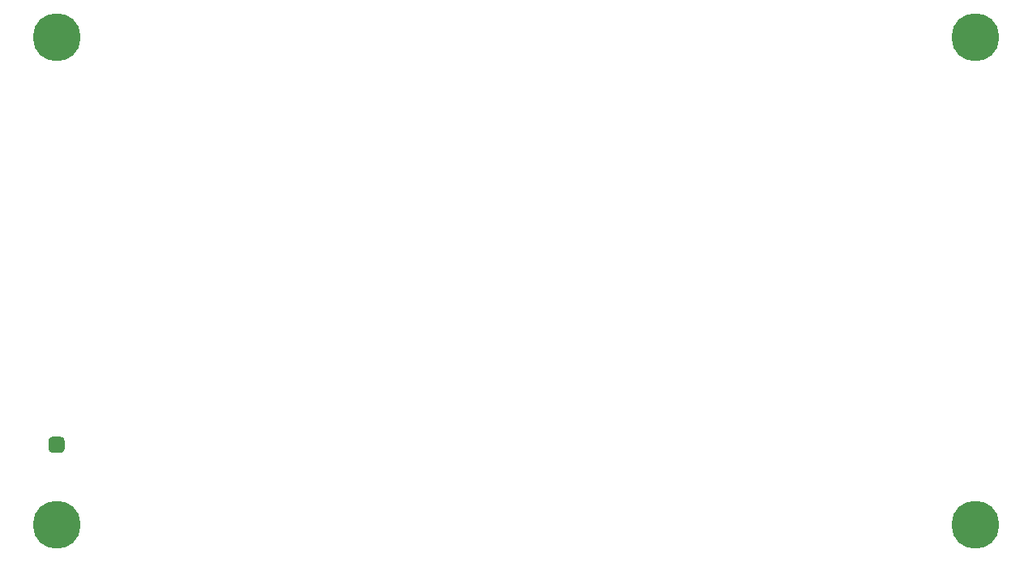
<source format=gbs>
G04 #@! TF.GenerationSoftware,KiCad,Pcbnew,(5.1.10-1-10_14)*
G04 #@! TF.CreationDate,2021-10-20T12:02:30-05:00*
G04 #@! TF.ProjectId,stepper_analyzer,73746570-7065-4725-9f61-6e616c797a65,rev?*
G04 #@! TF.SameCoordinates,Original*
G04 #@! TF.FileFunction,Soldermask,Bot*
G04 #@! TF.FilePolarity,Negative*
%FSLAX46Y46*%
G04 Gerber Fmt 4.6, Leading zero omitted, Abs format (unit mm)*
G04 Created by KiCad (PCBNEW (5.1.10-1-10_14)) date 2021-10-20 12:02:30*
%MOMM*%
%LPD*%
G01*
G04 APERTURE LIST*
%ADD10C,0.800000*%
%ADD11C,5.000000*%
G04 APERTURE END LIST*
D10*
X3325825Y4325825D03*
X2000000Y4875000D03*
X674175Y4325825D03*
X125000Y3000000D03*
X674175Y1674175D03*
X2000000Y1125000D03*
X3325825Y1674175D03*
X3875000Y3000000D03*
D11*
X2000000Y3000000D03*
D10*
X99325825Y55325825D03*
X98000000Y55875000D03*
X96674175Y55325825D03*
X96125000Y54000000D03*
X96674175Y52674175D03*
X98000000Y52125000D03*
X99325825Y52674175D03*
X99875000Y54000000D03*
D11*
X98000000Y54000000D03*
D10*
X99325825Y4325825D03*
X98000000Y4875000D03*
X96674175Y4325825D03*
X96125000Y3000000D03*
X96674175Y1674175D03*
X98000000Y1125000D03*
X99325825Y1674175D03*
X99875000Y3000000D03*
D11*
X98000000Y3000000D03*
D10*
X3325825Y55325825D03*
X2000000Y55875000D03*
X674175Y55325825D03*
X125000Y54000000D03*
X674175Y52674175D03*
X2000000Y52125000D03*
X3325825Y52674175D03*
X3875000Y54000000D03*
D11*
X2000000Y54000000D03*
G36*
G01*
X1156500Y10927500D02*
X1156500Y11777500D01*
G75*
G02*
X1581500Y12202500I425000J0D01*
G01*
X2431500Y12202500D01*
G75*
G02*
X2856500Y11777500I0J-425000D01*
G01*
X2856500Y10927500D01*
G75*
G02*
X2431500Y10502500I-425000J0D01*
G01*
X1581500Y10502500D01*
G75*
G02*
X1156500Y10927500I0J425000D01*
G01*
G37*
M02*

</source>
